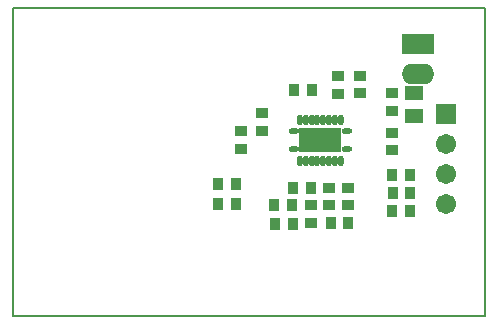
<source format=gbs>
%FSLAX25Y25*%
%MOIN*%
G70*
G01*
G75*
G04 Layer_Color=16711935*
%ADD10R,0.10630X0.03937*%
%ADD11R,0.15748X0.17716*%
%ADD12R,0.14410X0.09843*%
%ADD13R,0.14410X0.07874*%
%ADD14R,0.01969X0.06299*%
%ADD15R,0.03543X0.02126*%
%ADD16R,0.09843X0.14410*%
%ADD17R,0.07874X0.14410*%
%ADD18R,0.06299X0.01969*%
%ADD19R,0.02126X0.03543*%
%ADD20C,0.01000*%
%ADD21C,0.02000*%
%ADD22C,0.00800*%
%ADD23R,0.05400X0.12900*%
%ADD24R,0.21600X0.06537*%
%ADD25C,0.00500*%
%ADD26C,0.05906*%
%ADD27R,0.05906X0.05906*%
%ADD28O,0.10000X0.06000*%
%ADD29R,0.10000X0.06000*%
%ADD30C,0.04000*%
%ADD31C,0.02000*%
%ADD32C,0.03000*%
%ADD33R,0.02756X0.03347*%
%ADD34R,0.03347X0.02756*%
%ADD35R,0.05118X0.03937*%
%ADD36R,0.13386X0.07087*%
%ADD37O,0.02756X0.01181*%
%ADD38O,0.01181X0.02756*%
%ADD39R,0.11430X0.04737*%
%ADD40R,0.16548X0.18517*%
%ADD41R,0.15210X0.10642*%
%ADD42R,0.15210X0.08674*%
%ADD43R,0.02769X0.07099*%
%ADD44R,0.04343X0.02926*%
%ADD45R,0.10642X0.15210*%
%ADD46R,0.08674X0.15210*%
%ADD47R,0.07099X0.02769*%
%ADD48R,0.02926X0.04343*%
%ADD49C,0.06706*%
%ADD50R,0.06706X0.06706*%
%ADD51O,0.10800X0.06800*%
%ADD52R,0.10800X0.06800*%
%ADD53R,0.03556X0.04147*%
%ADD54R,0.04147X0.03556*%
%ADD55R,0.05918X0.04737*%
%ADD56R,0.14186X0.07887*%
%ADD57O,0.03556X0.01981*%
%ADD58O,0.01981X0.03556*%
D25*
X0Y102362D02*
X157480D01*
Y0D02*
Y102362D01*
X0Y0D02*
X157480D01*
X0D02*
Y102362D01*
D49*
X144400Y37300D02*
D03*
Y47300D02*
D03*
Y57300D02*
D03*
D50*
Y67300D02*
D03*
D51*
X135000Y80600D02*
D03*
D52*
Y90600D02*
D03*
D53*
X87295Y36705D02*
D03*
X93200D02*
D03*
X93795Y75300D02*
D03*
X99700D02*
D03*
X132506Y34700D02*
D03*
X126600D02*
D03*
X74500Y43700D02*
D03*
X68594D02*
D03*
X74500Y37200D02*
D03*
X68594D02*
D03*
X106000Y31005D02*
D03*
X111906D02*
D03*
X99500Y42606D02*
D03*
X93594D02*
D03*
X93400Y30606D02*
D03*
X87494D02*
D03*
X132600Y40900D02*
D03*
X126695D02*
D03*
X132400Y46900D02*
D03*
X126495D02*
D03*
D54*
X105600Y36700D02*
D03*
Y42606D02*
D03*
X111900Y36694D02*
D03*
Y42600D02*
D03*
X76100Y61506D02*
D03*
Y55600D02*
D03*
X126400Y61006D02*
D03*
Y55100D02*
D03*
X115800Y74094D02*
D03*
Y80000D02*
D03*
X126400Y74200D02*
D03*
Y68295D02*
D03*
X108300Y79900D02*
D03*
Y73994D02*
D03*
X83100Y67400D02*
D03*
Y61494D02*
D03*
X99500Y30806D02*
D03*
Y36711D02*
D03*
D55*
X133900Y74274D02*
D03*
Y66400D02*
D03*
D56*
X102600Y58400D02*
D03*
D57*
X111458Y55447D02*
D03*
Y61353D02*
D03*
X93742D02*
D03*
Y55447D02*
D03*
D58*
X109490Y65290D02*
D03*
X107521D02*
D03*
X105553D02*
D03*
X103584D02*
D03*
X101616D02*
D03*
X99647D02*
D03*
X97679D02*
D03*
X95710D02*
D03*
Y51510D02*
D03*
X97679D02*
D03*
X99647D02*
D03*
X101616D02*
D03*
X103584D02*
D03*
X105553D02*
D03*
X107521D02*
D03*
X109490D02*
D03*
M02*

</source>
